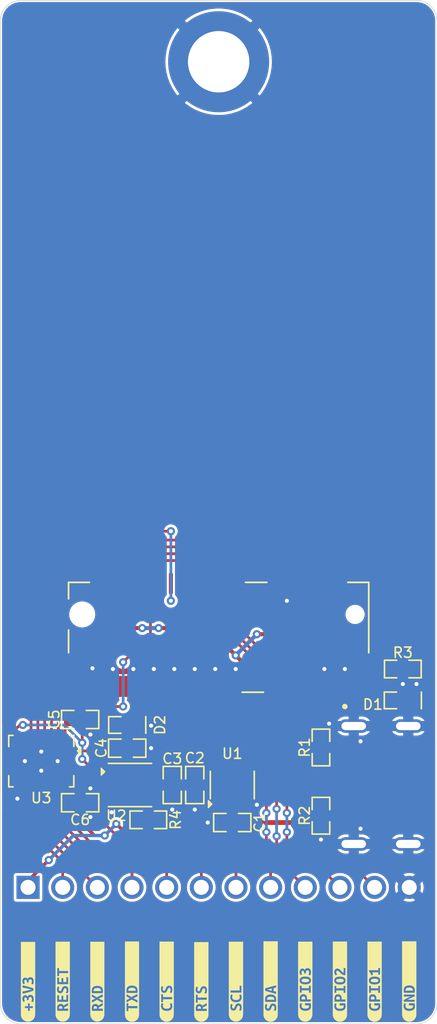
<source format=kicad_pcb>
(kicad_pcb (version 20240108) (generator "pcbnew") (generator_version "8.0")
  (title_block (date "2025-01-28"))
  (layers (0 "F.Cu" signal) (31 "B.Cu" signal) (34 "B.Paste" user) (35 "F.Paste" user) (36 "B.SilkS" user "B.Silkscreen") (37 "F.SilkS" user "F.Silkscreen") (38 "B.Mask" user) (39 "F.Mask" user) (44 "Edge.Cuts" user))
  (net 0 "")
  (net 1 "VSS")
  (net 2 "+3V3")
  (net 3 "+1V8")
  (net 4 "Net-(D1-Pad1)")
  (net 10 "/SCL_1V8")
  (net 14 "/HOST_D+")
  (net 15 "/GPIO1")
  (net 22 "/RXD_1V8")
  (net 24 "/HOST_D-")
  (net 28 "/GPIO2")
  (net 33 "/SDA_1V8")
  (net 38 "/TXD_1V8")
  (net 43 "/GPIO3")
  (net 47 "/CTS_1V8")
  (net 55 "/RESET_N")
  (net 56 "/RTS_1V8")
  (net 57 "Net-(J2-CC1)")
  (net 58 "Net-(J2-CC2)")
  (net 61 "/TXD_3V3")
  (net 62 "/CTS_3V3")
  (net 63 "/SCL_3V3")
  (net 64 "/RXD_3V3")
  (net 65 "/SDA_3V3")
  (net 66 "/RTS_3V3")
  (net 68 "/VBUS")
  (net 69 "Net-(U2-EN)")
  (footprint "lib_fp:MLCC0603" (layer "F.Cu") (at 145.75 97.5 -90)
    (property "Reference" "C2" (at -1.975 0 0) (layer "F.SilkS") (effects (font (size 0.75 0.75) (thickness 0.12))))
    (property "Value" "1uF" (hide yes))
    (pad "1" smd roundrect (at -0.75 0 270) (size 0.871 0.97) (layers "F.Cu" "F.Paste" "F.Mask") (net 2 "+3V3"))
    (pad "2" smd roundrect (at 0.75 0 270) (size 0.871 0.97) (layers "F.Cu" "F.Paste" "F.Mask") (net 1 "VSS"))
  )
  (footprint "kibuzzard-67992A99" (layer "F.Cu") (at 138.61 111.91 90)
    (property "Reference" "kibuzzard-67992A99" (hide yes))
    (property "Value" "G***" (hide yes))
  )
  (footprint "kibuzzard-67992B6A" (layer "F.Cu") (at 161.47 111.9 90)
    (property "Reference" "kibuzzard-67992B6A" (hide yes))
    (property "Value" "G***" (hide yes))
  )
  (footprint "lib_fp:LTST-0603" (layer "F.Cu") (at 140.8 93.1 180)
    (property "Reference" "D2" (at -2.4 0 90) (layer "F.SilkS") (effects (font (size 0.75 0.75) (thickness 0.12))))
    (property "Value" "LTST-C190KYKT" (hide yes))
    (pad "1" smd roundrect (at 0.75 0 180) (size 0.8 0.8) (layers "F.Cu" "F.Paste" "F.Mask") (net 3 "+1V8"))
    (pad "2" smd roundrect (at -0.75 0 180) (size 0.8 0.8) (layers "F.Cu" "F.Paste" "F.Mask") (net 1 "VSS"))
  )
  (footprint "kibuzzard-67992AE8" (layer "F.Cu") (at 148.77 111.91 90)
    (property "Reference" "kibuzzard-67992AE8" (hide yes))
    (property "Value" "G***" (hide yes))
  )
  (footprint "kibuzzard-679928CE" (layer "F.Cu") (at 133.53 111.92 90)
    (property "Reference" "kibuzzard-679928CE" (hide yes))
    (property "Value" "G***" (hide yes))
  )
  (footprint "lib_fp:conn_01x12_254_right_angle" (layer "F.Cu") (at 147.5 105)
    (property "Reference" "J3" (hide yes))
    (property "Value" "TSW-112-08-T-S-RA" (hide yes))
    (pad "1" thru_hole rect (at -13.97 0 90) (size 1.7 1.7) (drill 1.1) (layers "*.Cu" "*.Mask") (net 2 "+3V3"))
    (pad "2" thru_hole circle (at -11.43 0 90) (size 1.7 1.7) (drill 1.1) (layers "*.Cu" "*.Mask") (net 55 "/RESET_N"))
    (pad "3" thru_hole circle (at -8.89 0 90) (size 1.7 1.7) (drill 1.1) (layers "*.Cu" "*.Mask") (net 64 "/RXD_3V3"))
    (pad "4" thru_hole circle (at -6.35 0 90) (size 1.7 1.7) (drill 1.1) (layers "*.Cu" "*.Mask") (net 61 "/TXD_3V3"))
    (pad "5" thru_hole circle (at -3.81 0 90) (size 1.7 1.7) (drill 1.1) (layers "*.Cu" "*.Mask") (net 62 "/CTS_3V3"))
    (pad "6" thru_hole circle (at -1.27 0 90) (size 1.7 1.7) (drill 1.1) (layers "*.Cu" "*.Mask") (net 66 "/RTS_3V3"))
    (pad "7" thru_hole circle (at 1.27 0 90) (size 1.7 1.7) (drill 1.1) (layers "*.Cu" "*.Mask") (net 63 "/SCL_3V3"))
    (pad "8" thru_hole circle (at 3.81 0 90) (size 1.7 1.7) (drill 1.1) (layers "*.Cu" "*.Mask") (net 65 "/SDA_3V3"))
    (pad "9" thru_hole circle (at 6.35 0 90) (size 1.7 1.7) (drill 1.1) (layers "*.Cu" "*.Mask") (net 43 "/GPIO3"))
    (pad "10" thru_hole circle (at 8.89 0 90) (size 1.7 1.7) (drill 1.1) (layers "*.Cu" "*.Mask") (net 28 "/GPIO2"))
    (pad "11" thru_hole circle (at 11.43 0 90) (size 1.7 1.7) (drill 1.1) (layers "*.Cu" "*.Mask") (net 15 "/GPIO1"))
    (pad "12" thru_hole circle (at 13.97 0 90) (size 1.7 1.7) (drill 1.1) (layers "*.Cu" "*.Mask") (net 1 "VSS"))
  )
  (footprint "lib_fp:LTST-0603" (layer "F.Cu") (at 161 91.3 180)
    (property "Reference" "D1" (at 2.2 -0.3 0) (layer "F.SilkS") (effects (font (size 0.75 0.75) (thickness 0.12))))
    (property "Value" "LTST-C190KYKT" (hide yes))
    (pad "1" smd roundrect (at 0.75 0 180) (size 0.8 0.8) (layers "F.Cu" "F.Paste" "F.Mask") (net 4 "Net-(D1-Pad1)"))
    (pad "2" smd roundrect (at -0.75 0 180) (size 0.8 0.8) (layers "F.Cu" "F.Paste" "F.Mask") (net 1 "VSS"))
  )
  (footprint "lib_fp:CRCW0603" (layer "F.Cu") (at 161 89 180)
    (property "Reference" "R3" (at 0 1.2 180) (layer "F.SilkS") (effects (font (size 0.75 0.75) (thickness 0.12))))
    (property "Value" "300R" (hide yes))
    (pad "1" smd roundrect (at -0.755 0 180) (size 0.82 0.929) (layers "F.Cu" "F.Paste" "F.Mask") (net 68 "/VBUS"))
    (pad "2" smd roundrect (at 0.755 0 180) (size 0.82 0.929) (layers "F.Cu" "F.Paste" "F.Mask") (net 4 "Net-(D1-Pad1)"))
  )
  (footprint "lib_fp:CRCW0603" (layer "F.Cu") (at 142.345 100.05 180)
    (property "Reference" "R4" (at -2.005 0 -90) (layer "F.SilkS") (effects (font (size 0.75 0.75) (thickness 0.12))))
    (property "Value" "10K" (hide yes))
    (pad "1" smd roundrect (at -0.755 0 180) (size 0.82 0.929) (layers "F.Cu" "F.Paste" "F.Mask") (net 2 "+3V3"))
    (pad "2" smd roundrect (at 0.755 0 180) (size 0.82 0.929) (layers "F.Cu" "F.Paste" "F.Mask") (net 69 "Net-(U2-EN)"))
  )
  (footprint "kibuzzard-67992B5F" (layer "F.Cu") (at 158.93 111.91 90)
    (property "Reference" "kibuzzard-67992B5F" (hide yes))
    (property "Value" "G***" (hide yes))
  )
  (footprint "kibuzzard-67992AF4" (layer "F.Cu") (at 151.31 111.9 90)
    (property "Reference" "kibuzzard-67992AF4" (hide yes))
    (property "Value" "G***" (hide yes))
  )
  (footprint "kibuzzard-67992AB6" (layer "F.Cu") (at 141.15 111.91 90)
    (property "Reference" "kibuzzard-67992AB6" (hide yes))
    (property "Value" "G***" (hide yes))
  )
  (footprint "kibuzzard-67992ADA" (layer "F.Cu") (at 146.23 111.93 90)
    (property "Reference" "kibuzzard-67992ADA" (hide yes))
    (property "Value" "G***" (hide yes))
  )
  (footprint "lib_fp:SOT23-5P95_280X300X110L40X38N" (layer "F.Cu") (at 148.5 97.5)
    (property "Reference" "U1" (at 0 -2.3 0) (layer "F.SilkS") (effects (font (size 0.75 0.75) (thickness 0.12))))
    (property "Value" "AP2112K-3.3" (hide yes))
    (pad "1" smd roundrect (at -0.95 1.2 90) (size 0.8 0.55) (layers "F.Cu" "F.Paste" "F.Mask") (net 68 "/VBUS"))
    (pad "2" smd roundrect (at 0.95 1.2 90) (size 0.8 0.55) (layers "F.Cu" "F.Paste" "F.Mask") (net 1 "VSS"))
    (pad "3" smd roundrect (at 0.95 -1.2 90) (size 0.8 0.55) (layers "F.Cu" "F.Paste" "F.Mask") (net 68 "/VBUS"))
    (pad "4" smd roundrect (at 0 -1.2 90) (size 0.8 0.55) (layers "F.Cu" "F.Paste" "F.Mask"))
    (pad "5" smd roundrect (at -0.95 -1.2 90) (size 0.8 0.55) (layers "F.Cu" "F.Paste" "F.Mask") (net 2 "+3V3"))
  )
  (footprint "lib_fp:MOLEX_2171790001" (layer "F.Cu") (at 161.4 97.5 90)
    (property "Reference" "J2" (hide yes))
    (property "Value" "USB_C_Receptacle_USB2.0" (hide yes))
    (pad "A1" smd roundrect (at -3.2 -4.575 180) (size 1.15 0.6) (layers "F.Cu" "F.Paste" "F.Mask") (net 1 "VSS"))
    (pad "A4" smd roundrect (at -2.4 -4.575 180) (size 1.15 0.6) (layers "F.Cu" "F.Paste" "F.Mask") (net 68 "/VBUS"))
    (pad "A5" smd roundrect (at -1.25 -4.575 180) (size 1.15 0.3) (layers "F.Cu" "F.Paste" "F.Mask") (net 57 "Net-(J2-CC1)"))
    (pad "A6" smd roundrect (at -0.25 -4.575 180) (size 1.15 0.3) (layers "F.Cu" "F.Paste" "F.Mask") (net 14 "/HOST_D+"))
    (pad "A7" smd roundrect (at 0.25 -4.575 180) (size 1.15 0.3) (layers "F.Cu" "F.Paste" "F.Mask") (net 24 "/HOST_D-"))
    (pad "A8" smd roundrect (at 1.25 -4.575 180) (size 1.15 0.3) (layers "F.Cu" "F.Paste" "F.Mask"))
    (pad "A9" smd roundrect (at 2.4 -4.575 180) (size 1.15 0.6) (layers "F.Cu" "F.Paste" "F.Mask") (net 68 "/VBUS"))
    (pad "A12" smd roundrect (at 3.2 -4.575 180) (size 1.15 0.6) (layers "F.Cu" "F.Paste" "F.Mask") (net 1 "VSS"))
    (pad "B1" smd roundrect (at 3.2 -4.575 180) (size 1.15 0.6) (layers "F.Cu" "F.Paste" "F.Mask") (net 1 "VSS"))
    (pad "B4" smd roundrect (at 2.4 -4.575 180) (size 1.15 0.6) (layers "F.Cu" "F.Paste" "F.Mask") (net 68 "/VBUS"))
    (pad "B5" smd roundrect (at 1.75 -4.575 180) (size 1.15 0.3) (layers "F.Cu" "F.Paste" "F.Mask") (net 58 "Net-(J2-CC2)"))
    (pad "B6" smd roundrect (at 0.75 -4.575 180) (size 1.15 0.3) (layers "F.Cu" "F.Paste" "F.Mask") (net 14 "/HOST_D+"))
    (pad "B7" smd roundrect (at -0.75 -4.575 180) (size 1.15 0.3) (layers "F.Cu" "F.Paste" "F.Mask") (net 24 "/HOST_D-"))
    (pad "B8" smd roundrect (at -1.75 -4.575 180) (size 1.15 0.3) (layers "F.Cu" "F.Paste" "F.Mask"))
    (pad "B9" smd roundrect (at -2.4 -4.575 180) (size 1.15 0.6) (layers "F.Cu" "F.Paste" "F.Mask") (net 68 "/VBUS"))
    (pad "B12" smd roundrect (at -3.2 -4.575 180) (size 1.15 0.6) (layers "F.Cu" "F.Paste" "F.Mask") (net 1 "VSS"))
    (pad "S1" thru_hole oval (at -4.32 -4 90) (size 1 2.2) (drill oval 0.6 1.8) (layers "*.Cu" "*.Mask") (net 1 "VSS"))
    (pad "S1" thru_hole oval (at -4.32 0 90) (size 1 2.2) (drill oval 0.6 1.8) (layers "*.Cu" "*.Mask") (net 1 "VSS"))
    (pad "S1" thru_hole oval (at 4.32 -4 90) (size 1 2.2) (drill oval 0.6 1.8) (layers "*.Cu" "*.Mask") (net 1 "VSS"))
    (pad "S1" thru_hole oval (at 4.32 0 90) (size 1 2.2) (drill oval 0.6 1.8) (layers "*.Cu" "*.Mask") (net 1 "VSS"))
  )
  (footprint "lib_fp:MLCC0603" (layer "F.Cu") (at 148.5 100.25 180)
    (property "Reference" "C1" (at -2 0 90) (layer "F.SilkS") (effects (font (size 0.75 0.75) (thickness 0.12))))
    (property "Value" "1uF" (hide yes))
    (pad "1" smd roundrect (at -0.75 0 180) (size 0.871 0.97) (layers "F.Cu" "F.Paste" "F.Mask") (net 68 "/VBUS"))
    (pad "2" smd roundrect (at 0.75 0 180) (size 0.871 0.97) (layers "F.Cu" "F.Paste" "F.Mask") (net 1 "VSS"))
  )
  (footprint "lib_fp:9775031360R" (layer "F.Cu") (at 147.5 44.5)
    (property "Reference" "J4" (hide yes))
    (property "Value" "M3 Standoff" (hide yes))
    (pad "1" thru_hole circle (at 0 0 180) (size 7.4 7.4) (drill 4.5) (layers "*.Cu" "*.Mask") (net 1 "VSS"))
  )
  (footprint "lib_fp:MDT420E01001" (layer "F.Cu") (at 147.5 85 180)
    (property "Reference" "J1" (hide yes))
    (property "Value" "Bus_M.2_Socket_E" (hide yes))
    (pad "" np_thru_hole circle (at -10 0 180) (size 1.15 1.15) (drill 1.15) (layers "*.Cu" "*.Mask"))
    (pad "" np_thru_hole circle (at 10 0 180) (size 1.65 1.65) (drill 1.65) (layers "*.Cu" "*.Mask"))
    (pad "1" smd roundrect (at -9.25 -5.275 180) (size 0.3 1.55) (layers "F.Cu" "F.Paste" "F.Mask") (net 1 "VSS"))
    (pad "2" smd roundrect (at -9 2.275 180) (size 0.3 1.55) (layers "F.Cu" "F.Paste" "F.Mask") (net 2 "+3V3"))
    (pad "3" smd roundrect (at -8.75 -5.275 180) (size 0.3 1.55) (layers "F.Cu" "F.Paste" "F.Mask") (net 14 "/HOST_D+"))
    (pad "4" smd roundrect (at -8.5 2.275 180) (size 0.3 1.55) (layers "F.Cu" "F.Paste" "F.Mask") (net 2 "+3V3"))
    (pad "5" smd roundrect (at -8.25 -5.275 180) (size 0.3 1.55) (layers "F.Cu" "F.Paste" "F.Mask") (net 24 "/HOST_D-"))
    (pad "6" smd roundrect (at -8 2.275 180) (size 0.3 1.55) (layers "F.Cu" "F.Paste" "F.Mask"))
    (pad "7" smd roundrect (at -7.75 -5.275 180) (size 0.3 1.55) (layers "F.Cu" "F.Paste" "F.Mask") (net 1 "VSS"))
    (pad "8" smd roundrect (at -7.5 2.275 180) (size 0.3 1.55) (layers "F.Cu" "F.Paste" "F.Mask"))
    (pad "9" smd roundrect (at -7.25 -5.275 180) (size 0.3 1.55) (layers "F.Cu" "F.Paste" "F.Mask"))
    (pad "10" smd roundrect (at -7 2.275 180) (size 0.3 1.55) (layers "F.Cu" "F.Paste" "F.Mask"))
    (pad "11" smd roundrect (at -6.75 -5.275 180) (size 0.3 1.55) (layers "F.Cu" "F.Paste" "F.Mask"))
    (pad "12" smd roundrect (at -6.5 2.275 180) (size 0.3 1.55) (layers "F.Cu" "F.Paste" "F.Mask"))
    (pad "13" smd roundrect (at -6.25 -5.275 180) (size 0.3 1.55) (layers "F.Cu" "F.Paste" "F.Mask"))
    (pad "14" smd roundrect (at -6 2.275 180) (size 0.3 1.55) (layers "F.Cu" "F.Paste" "F.Mask"))
    (pad "15" smd roundrect (at -5.75 -5.275 180) (size 0.3 1.55) (layers "F.Cu" "F.Paste" "F.Mask"))
    (pad "16" smd roundrect (at -5.5 2.275 180) (size 0.3 1.55) (layers "F.Cu" "F.Paste" "F.Mask"))
    (pad "17" smd roundrect (at -5.25 -5.275 180) (size 0.3 1.55) (layers "F.Cu" "F.Paste" "F.Mask"))
    (pad "18" smd roundrect (at -5 2.275 180) (size 0.3 1.55) (layers "F.Cu" "F.Paste" "F.Mask") (net 1 "VSS"))
    (pad "19" smd roundrect (at -4.75 -5.275 180) (size 0.3 1.55) (layers "F.Cu" "F.Paste" "F.Mask"))
    (pad "20" smd roundrect (at -4.5 2.275 180) (size 0.3 1.55) (layers "F.Cu" "F.Paste" "F.Mask"))
    (pad "21" smd roundrect (at -4.25 -5.275 180) (size 0.3 1.55) (layers "F.Cu" "F.Paste" "F.Mask"))
    (pad "22" smd roundrect (at -4 2.275 180) (size 0.3 1.55) (layers "F.Cu" "F.Paste" "F.Mask") (net 22 "/RXD_1V8"))
    (pad "23" smd roundrect (at -3.75 -5.275 180) (size 0.3 1.55) (layers "F.Cu" "F.Paste" "F.Mask"))
    (pad "32" smd roundrect (at -1.5 2.275 180) (size 0.3 1.55) (layers "F.Cu" "F.Paste" "F.Mask") (net 38 "/TXD_1V8"))
    (pad "33" smd roundrect (at -1.25 -5.275 180) (size 0.3 1.55) (layers "F.Cu" "F.Paste" "F.Mask") (net 1 "VSS"))
    (pad "34" smd roundrect (at -1 2.275 180) (size 0.3 1.55) (layers "F.Cu" "F.Paste" "F.Mask") (net 47 "/CTS_1V8"))
    (pad "35" smd roundrect (at -0.75 -5.275 180) (size 0.3 1.55) (layers "F.Cu" "F.Paste" "F.Mask"))
    (pad "36" smd roundrect (at -0.5 2.275 180) (size 0.3 1.55) (layers "F.Cu" "F.Paste" "F.Mask") (net 56 "/RTS_1V8"))
    (pad "37" smd roundrect (at -0.25 -5.275 180) (size 0.3 1.55) (layers "F.Cu" "F.Paste" "F.Mask"))
    (pad "38" smd roundrect (at 0 2.275 180) (size 0.3 1.55) (layers "F.Cu" "F.Paste" "F.Mask") (net 15 "/GPIO1"))
    (pad "39" smd roundrect (at 0.25 -5.275 180) (size 0.3 1.55) (layers "F.Cu" "F.Paste" "F.Mask") (net 1 "VSS"))
    (pad "40" smd roundrect (at 0.5 2.275 180) (size 0.3 1.55) (layers "F.Cu" "F.Paste" "F.Mask") (net 28 "/GPIO2"))
    (pad "41" smd roundrect (at 0.75 -5.275 180) (size 0.3 1.55) (layers "F.Cu" "F.Paste" "F.Mask"))
    (pad "42" smd roundrect (at 1 2.275 180) (size 0.3 1.55) (layers "F.Cu" "F.Paste" "F.Mask") (net 43 "/GPIO3"))
    (pad "43" smd roundrect (at 1.25 -5.275 180) (size 0.3 1.55) (layers "F.Cu" "F.Paste" "F.Mask"))
    (pad "44" smd roundrect (at 1.5 2.275 180) (size 0.3 1.55) (layers "F.Cu" "F.Paste" "F.Mask"))
    (pad "45" smd roundrect (at 1.75 -5.275 180) (size 0.3 1.55) (layers "F.Cu" "F.Paste" "F.Mask") (net 1 "VSS"))
    (pad "46" smd roundrect (at 2 2.275 180) (size 0.3 1.55) (layers "F.Cu" "F.Paste" "F.Mask"))
    (pad "47" smd roundrect (at 2.25 -5.275 180) (size 0.3 1.55) (layers "F.Cu" "F.Paste" "F.Mask"))
    (pad "48" smd roundrect (at 2.5 2.275 180) (size 0.3 1.55) (layers "F.Cu" "F.Paste" "F.Mask"))
    (pad "49" smd roundrect (at 2.75 -5.275 180) (size 0.3 1.55) (layers "F.Cu" "F.Paste" "F.Mask"))
    (pad "50" smd roundrect (at 3 2.275 180) (size 0.3 1.55) (layers "F.Cu" "F.Paste" "F.Mask"))
    (pad "51" smd roundrect (at 3.25 -5.275 180) (size 0.3 1.55) (layers "F.Cu" "F.Paste" "F.Mask") (net 1 "VSS"))
    (pad "52" smd roundrect (at 3.5 2.275 180) (size 0.3 1.55) (layers "F.Cu" "F.Paste" "F.Mask") (net 55 "/RESET_N"))
    (pad "53" smd roundrect (at 3.75 -5.275 180) (size 0.3 1.55) (layers "F.Cu" "F.Paste" "F.Mask"))
    (pad "54" smd roundrect (at 4 2.275 180) (size 0.3 1.55) (layers "F.Cu" "F.Paste" "F.Mask"))
    (pad "55" smd roundrect (at 4.25 -5.275 180) (size 0.3 1.55) (layers "F.Cu" "F.Paste" "F.Mask"))
    (pad "56" smd roundrect (at 4.5 2.275 180) (size 0.3 1.55) (layers "F.Cu" "F.Paste" "F.Mask"))
    (pad "57" smd roundrect (at 4.75 -5.275 180) (size 0.3 1.55) (layers "F.Cu" "F.Paste" "F.Mask") (net 1 "VSS"))
    (pad "58" smd roundrect (at 5 2.275 180) (size 0.3 1.55) (layers "F.Cu" "F.Paste" "F.Mask") (net 33 "/SDA_1V8"))
    (pad "59" smd roundrect (at 5.25 -5.275 180) (size 0.3 1.55) (layers "F.Cu" "F.Paste" "F.Mask"))
    (pad "60" smd roundrect (at 5.5 2.275 180) (size 0.3 1.55) (layers "F.Cu" "F.Paste" "F.Mask") (net 10 "/SCL_1V8"))
    (pad "61" smd roundrect (at 5.75 -5.275 180) (size 0.3 1.55) (layers "F.Cu" "F.Paste" "F.Mask"))
    (pad "62" smd roundrect (at 6 2.275 180) (size 0.3 1.55) (layers "F.Cu" "F.Paste" "F.Mask"))
    (pad "63" smd roundrect (at 6.25 -5.275 180) (size 0.3 1.55) (layers "F.Cu" "F.Paste" "F.Mask") (net 1 "VSS"))
    (pad "64" smd roundrect (at 6.5 2.275 180) (size 0.3 1.55) (layers "F.Cu" "F.Paste" "F.Mask"))
    (pad "65" smd roundrect (at 6.75 -5.275 180) (size 0.3 1.55) (layers "F.Cu" "F.Paste" "F.Mask"))
    (pad "66" smd roundrect (at 7 2.275 180) (size 0.3 1.55) (layers "F.Cu" "F.Paste" "F.Mask"))
    (pad "67" smd roundrect (at 7.25 -5.275 180) (size 0.3 1.55) (layers "F.Cu" "F.Paste" "F.Mask"))
    (pad "68" smd roundrect (at 7.5 2.275 180) (size 0.3 1.55) (layers "F.Cu" "F.Paste" "F.Mask"))
    (pad "69" smd roundrect (at 7.75 -5.275 180) (size 0.3 1.55) (layers "F.Cu" "F.Paste" "F.Mask") (net 1 "VSS"))
    (pad "70" smd roundrect (at 8 2.275 180) (size 0.3 1.55) (layers "F.Cu" "F.Paste" "F.Mask"))
    (pad "71" smd roundrect (at 8.25 -5.275 180) (size 0.3 1.55) (layers "F.Cu" "F.Paste" "F.Mask"))
    (pad "72" smd roundrect (at 8.5 2.275 180) (size 0.3 1.55) (layers "F.Cu" "F.Paste" "F.Mask") (net 2 "+3V3"))
    (pad "73" smd roundrect (at 8.75 -5.275 180) (size 0.3 1.55) (layers "F.Cu" "F.Paste" "F.Mask"))
    (pad "74" smd roundrect (at 9 2.275 180) (size 0.3 1.55) (layers "F.Cu" "F.Paste" "F.Mask") (net 2 "+3V3"))
    (pad "75" smd roundrect (at 9.25 -5.275 180) (size 0.3 1.55) (layers "F.Cu" "F.Paste" "F.Mask") (net 1 "VSS"))
    (pad "S1" smd roundrect (at -10.35 -4.5 180) (size 1.2 2.75) (layers "F.Cu" "F.Paste" "F.Mask") (roundrect_rratio 0.2083333333))
    (pad "S2" smd roundrect (at 10.35 -4.5 180) (size 1.2 2.75) (layers "F.Cu" "F.Paste" "F.Mask") (roundrect_rratio 0.2083333333))
  )
  (footprint "kibuzzard-67992B31" (layer "F.Cu") (at 153.85 111.91 90)
    (property "Reference" "kibuzzard-67992B31" (hide yes))
    (property "Value" "G***" (hide yes))
  )
  (footprint "lib_fp:CRCW0603" (layer "F.Cu") (at 155 99.75 -90)
    (property "Reference" "R2" (at 0 1.2 -90) (layer "F.SilkS") (effects (font (size 0.75 0.75) (thickness 0.12))))
    (property "Value" "5K1" (hide yes))
    (pad "1" smd roundrect (at -0.755 0 270) (size 0.82 0.929) (layers "F.Cu" "F.Paste" "F.Mask") (net 57 "Net-(J2-CC1)"))
    (pad "2" smd roundrect (at 0.755 0 270) (size 0.82 0.929) (layers "F.Cu" "F.Paste" "F.Mask") (net 1 "VSS"))
  )
  (footprint "kibuzzard-67992A70" (layer "F.Cu") (at 136.07 111.91 90)
    (property "Reference" "kibuzzard-67992A70" (hide yes))
    (property "Value" "G***" (hide yes))
  )
  (footprint "lib_fp:RGY0020A" (layer "F.Cu") (at 134.5 95.75 -90)
    (property "Reference" "U3" (at 2.7 0 0) (layer "F.SilkS") (effects (font (size 0.75 0.75) (thickness 0.12))))
    (property "Value" "TXS0108E" (hide yes))
    (pad "1" smd roundrect (at -0.75 -2.15) (size 0.6 0.24) (layers "F.Cu" "F.Paste" "F.Mask") (roundrect_rratio 0.2083333333) (net 33 "/SDA_1V8"))
    (pad "2" smd roundrect (at -1.65 -1.75 270) (size 0.6 0.24) (layers "F.Cu" "F.Paste" "F.Mask") (roundrect_rratio 0.2083333333) (net 3 "+1V8"))
    (pad "3" smd roundrect (at -1.65 -1.25 270) (size 0.6 0.24) (layers "F.Cu" "F.Paste" "F.Mask") (roundrect_rratio 0.2083333333) (net 10 "/SCL_1V8"))
    (pad "4" smd roundrect (at -1.65 -0.75 270) (size 0.6 0.24) (layers "F.Cu" "F.Paste" "F.Mask") (roundrect_rratio 0.2083333333) (net 56 "/RTS_1V8"))
    (pad "5" smd roundrect (at -1.65 -0.25 270) (size 0.6 0.24) (layers "F.Cu" "F.Paste" "F.Mask") (roundrect_rratio 0.2083333333) (net 47 "/CTS_1V8"))
    (pad "6" smd roundrect (at -1.65 0.25 270) (size 0.6 0.24) (layers "F.Cu" "F.Paste" "F.Mask") (roundrect_rratio 0.2083333333) (net 38 "/TXD_1V8"))
    (pad "7" smd roundrect (at -1.65 0.75 270) (size 0.6 0.24) (layers "F.Cu" "F.Paste" "F.Mask") (roundrect_rratio 0.2083333333) (net 22 "/RXD_1V8"))
    (pad "8" smd roundrect (at -1.65 1.25 270) (size 0.6 0.24) (layers "F.Cu" "F.Paste" "F.Mask") (roundrect_rratio 0.2083333333))
    (pad "9" smd roundrect (at -1.65 1.75 270) (size 0.6 0.24) (layers "F.Cu" "F.Paste" "F.Mask") (roundrect_rratio 0.2083333333))
    (pad "10" smd roundrect (at -0.75 2.15) (size 0.6 0.24) (layers "F.Cu" "F.Paste" "F.Mask") (roundrect_rratio 0.2083333333) (net 3 "+1V8"))
    (pad "11" smd roundrect (at 0.75 2.15) (size 0.6 0.24) (layers "F.Cu" "F.Paste" "F.Mask") (roundrect_rratio 0.2083333333) (net 1 "VSS"))
    (pad "12" smd roundrect (at 1.65 1.75 270) (size 0.6 0.24) (layers "F.Cu" "F.Paste" "F.Mask") (roundrect_rratio 0.2083333333))
    (pad "13" smd roundrect (at 1.65 1.25 270) (size 0.6 0.24) (layers "F.Cu" "F.Paste" "F.Mask") (roundrect_rratio 0.2083333333))
    (pad "14" smd roundrect (at 1.65 0.75 270) (size 0.6 0.24) (layers "F.Cu" "F.Paste" "F.Mask") (roundrect_rratio 0.2083333333) (net 64 "/RXD_3V3"))
    (pad "15" smd roundrect (at 1.65 0.25 270) (size 0.6 0.24) (layers "F.Cu" "F.Paste" "F.Mask") (roundrect_rratio 0.2083333333) (net 61 "/TXD_3V3"))
    (pad "16" smd roundrect (at 1.65 -0.25 270) (size 0.6 0.24) (layers "F.Cu" "F.Paste" "F.Mask") (roundrect_rratio 0.2083333333) (net 62 "/CTS_3V3"))
    (pad "17" smd roundrect (at 1.65 -0.75 270) (size 0.6 0.24) (layers "F.Cu" "F.Paste" "F.Mask") (roundrect_rratio 0.2083333333) (net 66 "/RTS_3V3"))
    (pad "18" smd roundrect (at 1.65 -1.25 270) (size 0.6 0.24) (layers "F.Cu" "F.Paste" "F.Mask") (roundrect_rratio 0.2083333333) (net 63 "/SCL_3V3"))
    (pad "19" smd roundrect (at 1.65 -1.75 270) (size 0.6 0.24) (layers "F.Cu" "F.Paste" "F.Mask") (roundrect_rratio 0.2083333333) (net 2 "+3V3"))
    (pad "20" smd roundrect (at 0.75 -2.15) (size 0.6 0.24) (layers "F.Cu" "F.Paste" "F.Mask") (roundrect_rratio 0.2083333333) (net 65 "/SDA_3V3"))
    (pad "21" smd roundrect (at 0 0 90) (size 2.05 3.05) (layers "F.Cu" "F.Paste" "F.Mask") (roundrect_rratio 0.0243902439) (net 1 "VSS"))
  )
  (footprint "lib_fp:MLCC0603" (layer "F.Cu") (at 137.35 92.7)
    (property "Reference" "C5" (at -1.9 0 90) (layer "F.SilkS") (effects (font (size 0.75 0.75) (thickness 0.12))))
    (property "Value" "100nF" (hide yes))
    (pad "1" smd roundrect (at -0.75 0) (size 0.871 0.97) (layers "F.Cu" "F.Paste" "F.Mask") (net 3 "+1V8"))
    (pad "2" smd roundrect (at 0.75 0) (size 0.871 0.97) (layers "F.Cu" "F.Paste" "F.Mask") (net 1 "VSS"))
  )
  (footprint "lib_fp:MLCC0603" (layer "F.Cu") (at 140.8 94.8)
    (property "Reference" "C4" (at -1.9 0 90) (layer "F.SilkS") (effects (font (size 0.75 0.75) (thickness 0.12))))
    (property "Value" "2.2uF" (hide yes))
    (pad "1" smd roundrect (at -0.75 0) (size 0.871 0.97) (layers "F.Cu" "F.Paste" "F.Mask") (net 3 "+1V8"))
    (pad "2" smd roundrect (at 0.75 0) (size 0.871 0.97) (layers "F.Cu" "F.Paste" "F.Mask") (net 1 "VSS"))
  )
  (footprint "lib_fp:CRCW0603" (layer "F.Cu") (at 155 94.75 90)
    (property "Reference" "R1" (at 0 -1.2 90) (layer "F.SilkS") (effects (font (size 0.75 0.75) (thickness 0.12))))
    (property "Value" "5K1" (hide yes))
    (pad "1" smd roundrect (at -0.755 0 90) (size 0.82 0.929) (layers "F.Cu" "F.Paste" "F.Mask") (net 58 "Net-(J2-CC2)"))
    (pad "2" smd roundrect (at 0.755 0 90) (size 0.82 0.929) (layers "F.Cu" "F.Paste" "F.Mask") (net 1 "VSS"))
  )
  (footprint "kibuzzard-67992B48" (layer "F.Cu") (at 156.39 111.91 90)
    (property "Reference" "kibuzzard-67992B48" (hide yes))
    (property "Value" "G***" (hide yes))
  )
  (footprint "lib_fp:UDFN8P65_300X300X60L25X45L" (layer "F.Cu") (at 141 97.5)
    (property "Reference" "U2" (at -1 2.25 0) (layer "F.SilkS") (effects (font (size 0.75 0.75) (thickness 0.12))))
    (property "Value" "AP7361E" (hide yes))
    (pad "1" smd roundrect (at -1.325 -0.975) (size 0.65 0.35) (layers "F.Cu" "F.Paste" "F.Mask") (net 3 "+1V8"))
    (pad "2" smd roundrect (at -1.325 -0.325) (size 0.65 0.35) (layers "F.Cu" "F.Paste" "F.Mask"))
    (pad "3" smd roundrect (at -1.325 0.325) (size 0.65 0.35) (layers "F.Cu" "F.Paste" "F.Mask"))
    (pad "4" smd roundrect (at -1.325 0.975) (size 0.65 0.35) (layers "F.Cu" "F.Paste" "F.Mask") (net 1 "VSS"))
    (pad "5" smd roundrect (at 1.325 0.975) (size 0.65 0.35) (layers "F.Cu" "F.Paste" "F.Mask") (net 69 "Net-(U2-EN)"))
    (pad "6" smd roundrect (at 1.325 0.325) (size 0.65 0.35) (layers "F.Cu" "F.Paste" "F.Mask"))
    (pad "7" smd roundrect (at 1.325 -0.325) (size 0.65 0.35) (layers "F.Cu" "F.Paste" "F.Mask"))
    (pad "8" smd roundrect (at 1.325 -0.975) (size 0.65 0.35) (layers "F.Cu" "F.Paste" "F.Mask") (net 2 "+3V3"))
    (pad "9" smd roundrect (at 0 0) (size 1.65 2.35) (layers "F.Cu" "F.Paste" "F.Mask") (roundrect_rratio 0.0303030303) (net 1 "VSS"))
  )
  (footprint "kibuzzard-67992AD3" (layer "F.Cu") (at 143.69 111.91 90)
    (property "Reference" "kibuzzard-67992AD3" (hide yes))
    (property "Value" "G***" (hide yes))
  )
  (footprint "lib_fp:MLCC0603" (layer "F.Cu") (at 144.1 97.5 -90)
    (property "Reference" "C3" (at -1.925 0 0) (layer "F.SilkS") (effects (font (size 0.75 0.75) (thickness 0.12))))
    (property "Value" "2.2uF" (hide yes))
    (pad "1" smd roundrect (at -0.75 0 270) (size 0.871 0.97) (layers "F.Cu" "F.Paste" "F.Mask") (net 2 "+3V3"))
    (pad "2" smd roundrect (at 0.75 0 270) (size 0.871 0.97) (layers "F.Cu" "F.Paste" "F.Mask") (net 1 "VSS"))
  )
  (footprint "lib_fp:MLCC0603" (layer "F.Cu") (at 137.35 98.8)
    (property "Reference" "C6" (at 0 1.25 0) (layer "F.SilkS") (effects (font (size 0.75 0.75) (thickness 0.12))))
    (property "Value" "100nF" (hide yes))
    (pad "1" smd roundrect (at -0.75 0) (size 0.871 0.97) (layers "F.Cu" "F.Paste" "F.Mask") (net 2 "+3V3"))
    (pad "2" smd roundrect (at 0.75 0) (size 0.871 0.97) (layers "F.Cu" "F.Paste" "F.Mask") (net 1 "VSS"))
  )
  (gr_line (start 163.5 113.5) (end 163.5 41.5) (stroke (width 0.05)) (layer "Edge.Cuts"))
  (gr_arc (start 163.5 113.5) (mid 163.06066 114.56066) (end 162 115) (stroke (width 0.05)) (layer "Edge.Cuts"))
  (gr_arc (start 131.5 41.5) (mid 131.93934 40.43934) (end 133 40) (stroke (width 0.05)) (layer "Edge.Cuts"))
  (gr_line (start 162 40) (end 133 40) (stroke (width 0.05)) (layer "Edge.Cuts"))
  (gr_arc (start 162 40) (mid 163.06066 40.43934) (end 163.5 41.5) (stroke (width 0.05)) (layer "Edge.Cuts"))
  (gr_line (start 131.5 41.5) (end 131.5 113.5) (stroke (width 0.05)) (layer "Edge.Cuts"))
  (gr_line (start 133 115) (end 162 115) (stroke (width 0.05)) (layer "Edge.Cuts"))
  (gr_arc (start 133 115) (mid 131.93934 114.56066) (end 131.5 113.5) (stroke (width 0.05)) (layer "Edge.Cuts"))
  (via (at 150.3 98.95) (size 0.6) (drill 0.3) (layers "F.Cu" "B.Cu") (net 1))
  (via (at 157.9 100.7) (size 0.6) (drill 0.3) (layers "F.Cu" "B.Cu") (net 1))
  (via (at 161 90.1) (size 0.6) (drill 0.3) (layers "F.Cu" "B.Cu") (net 1))
  (via (at 145.75 99.3) (size 0.6) (drill 0.3) (layers "F.Cu" "B.Cu") (net 1))
  (via (at 138.25 88.95) (size 0.6) (drill 0.3) (layers "F.Cu" "B.Cu") (net 1))
  (via (at 139.65 99.5) (size 0.6) (drill 0.3) (layers "F.Cu" "B.Cu") (net 1))
  (via (at 134.5 96.45) (size 0.6) (drill 0.3) (layers "F.Cu" "B.Cu") (net 1))
  (via (at 138.1 97.75) (size 0.6) (drill 0.3) (layers "F.Cu" "B.Cu") (net 1))
  (via (at 144.1 99.3) (size 0.6) (drill 0.3) (layers "F.Cu" "B.Cu") (net 1))
  (via (at 156.75 89) (size 0.6) (drill 0.3) (layers "F.Cu" "B.Cu") (net 1))
  (via (at 145.75 89) (size 0.6) (drill 0.3) (layers "F.Cu" "B.Cu") (net 1))
  (via (at 141.25 89) (size 0.6) (drill 0.3) (layers "F.Cu" "B.Cu") (net 1))
  (via (at 148.75 89) (size 0.6) (drill 0.3) (layers "F.Cu" "B.Cu") (net 1))
  (via (at 135.7 95.75) (size 0.6) (drill 0.3) (layers "F.Cu" "B.Cu") (net 1))
  (via (at 142.75 89) (size 0.6) (drill 0.3) (layers "F.Cu" "B.Cu") (net 1))
  (via (at 138.1 93.8) (size 0.6) (drill 0.3) (layers "F.Cu" "B.Cu") (net 1))
  (via (at 142.55 94.8) (size 0.6) (drill 0.3) (layers "F.Cu" "B.Cu") (net 1))
  (via (at 155.25 89) (size 0.6) (drill 0.3) (layers "F.Cu" "B.Cu") (net 1))
  (via (at 138.1 99.85) (size 0.6) (drill 0.3) (layers "F.Cu" "B.Cu") (net 1))
  (via (at 133.3 95.75) (size 0.6) (drill 0.3) (layers "F.Cu" "B.Cu") (net 1))
  (via (at 139.75 89) (size 0.6) (drill 0.3) (layers "F.Cu" "B.Cu") (net 1))
  (via (at 142.55 93.15) (size 0.6) (drill 0.3) (layers "F.Cu" "B.Cu") (net 1))
  (via (at 146.7 100.25) (size 0.6) (drill 0.3) (layers "F.Cu" "B.Cu") (net 1))
  (via (at 147.25 89) (size 0.6) (drill 0.3) (layers "F.Cu" "B.Cu") (net 1))
  (via (at 155 101.5) (size 0.6) (drill 0.3) (layers "F.Cu" "B.Cu") (net 1))
  (via (at 132.75 98.5) (size 0.6) (drill 0.3) (layers "F.Cu" "B.Cu") (net 1))
  (via (at 144.25 89) (size 0.6) (drill 0.3) (layers "F.Cu" "B.Cu") (net 1))
  (via (at 162 90.1) (size 0.6) (drill 0.3) (layers "F.Cu" "B.Cu") (net 1))
  (via (at 157.9 94.3) (size 0.6) (drill 0.3) (layers "F.Cu" "B.Cu") (net 1))
  (via (at 152.5 84) (size 0.6) (drill 0.3) (layers "F.Cu" "B.Cu") (net 1))
  (via (at 134.5 95.05) (size 0.6) (drill 0.3) (layers "F.Cu" "B.Cu") (net 1))
  (via (at 155.6 93) (size 0.6) (drill 0.3) (layers "F.Cu" "B.Cu") (net 1))
  (segment (start 133.53 104.52) (end 133.53 105) (width 0.25) (layer "F.Cu") (net 2))
  (segment (start 150.3 86.45) (end 154.1 86.45) (width 0.3) (layer "F.Cu") (net 2))
  (segment (start 142.3105 100.8395) (end 140.4895 100.8395) (width 0.25) (layer "F.Cu") (net 2))
  (segment (start 156.25 83.85) (end 156.25 84.3) (width 0.3) (layer "F.Cu") (net 2))
  (segment (start 156.25 84.3) (end 154.1 86.45) (width 0.3) (layer "F.Cu") (net 2))
  (segment (start 143.1 96.525) (end 142.325 96.525) (width 0.35) (layer "F.Cu") (net 2))
  (segment (start 139 83.65) (end 139 82.725) (width 0.3) (layer "F.Cu") (net 2))
  (segment (start 145.75 96.75) (end 144.1 96.75) (width 0.35) (layer "F.Cu") (net 2))
  (segment (start 140 86) (end 141.9 86) (width 0.3) (layer "F.Cu") (net 2))
  (segment (start 156.25 83.85) (end 156 83.6) (width 0.3) (layer "F.Cu") (net 2))
  (segment (start 143.875 96.525) (end 143.1 96.525) (width 0.35) (layer "F.Cu") (net 2))
  (segment (start 135.05 103) (end 133.53 104.52) (width 0.25) (layer "F.Cu") (net 2))
  (segment (start 149.425 88.675) (end 149.425 93.225) (width 0.3) (layer "F.Cu") (net 2))
  (segment (start 136.25 98.45) (end 136.6 98.8) (width 0.2) (layer "F.Cu") (net 2))
  (segment (start 140.4895 100.8395) (end 140 100.35) (width 0.25) (layer "F.Cu") (net 2))
  (segment (start 138.75 83.9) (end 138.75 84.75) (width 0.3) (layer "F.Cu") (net 2))
  (segment (start 138.75 83.9) (end 139 83.65) (width 0.3) (layer "F.Cu") (net 2))
  (segment (start 143.1 96.525) (end 143.1 100.05) (width 0.35) (layer "F.Cu") (net 2))
  (segment (start 136.6 99.4) (end 136.6 98.8) (width 0.25) (layer "F.Cu") (net 2))
  (segment (start 136.25 97.4) (end 136.25 98.45) (width 0.2) (layer "F.Cu") (net 2))
  (segment (start 149.425 93.225) (end 147.55 95.1) (width 0.3) (layer "F.Cu") (net 2))
  (segment (start 147.55 96.1) (end 147.55 96.3) (width 0.35) (layer "F.Cu") (net 2))
  (segment (start 156.5 83.6) (end 156.25 83.85) (width 0.3) (layer "F.Cu") (net 2))
  (segment (start 156 83.6) (end 156 82.725) (width 0.3) (layer "F.Cu") (net 2))
  (segment (start 147.55 95.1) (end 147.55 96.1) (width 0.3) (layer "F.Cu") (net 2))
  (segment (start 138.4 101.2) (end 136.6 99.4) (width 0.25) (layer "F.Cu") (net 2))
  (segment (start 146.75 86) (end 148.75 88) (width 0.3) (layer "F.Cu") (net 2))
  (segment (start 143.1 100.05) (end 142.3105 100.8395) (width 0.25) (layer "F.Cu") (net 2))
  (segment (start 144.1 96.75) (end 143.875 96.525) (width 0.35) (layer "F.Cu") (net 2))
  (segment (start 145.75 96.75) (end 147.1 96.75) (width 0.35) (layer "F.Cu") (net 2))
  (segment (start 138.75 84.75) (end 140 86) (width 0.3) (layer "F.Cu") (net 2))
  (segment (start 148.75 88) (end 149.425 88.675) (width 0.3) (layer "F.Cu") (net 2))
  (segment (start 138.5 82.725) (end 138.5 83.65) (width 0.3) (layer "F.Cu") (net 2))
  (segment (start 147.1 96.75) (end 147.55 96.3) (width 0.35) (layer "F.Cu") (net 2))
  (segment (start 156.5 82.725) (end 156.5 83.6) (width 0.3) (layer "F.Cu") (net 2))
  (segment (start 139.15 101.2) (end 138.4 101.2) (width 0.25) (layer "F.Cu") (net 2))
  (segment (start 138.5 83.65) (end 138.75 83.9) (width 0.3) (layer "F.Cu") (net 2))
  (segment (start 143.1 86) (end 146.75 86) (width 0.3) (layer "F.Cu") (net 2))
  (via (at 148.75 88) (size 0.6) (drill 0.3) (layers "F.Cu" "B.Cu") (net 2))
  (via (at 141.9 86) (size 0.6) (drill 0.3) (layers "F.Cu" "B.Cu") (net 2))
  (via (at 143.1 86) (size 0.6) (drill 0.3) (layers "F.Cu" "B.Cu") (net 2))
  (via (at 140 100.35) (size 0.6) (drill 0.3) (layers "F.Cu" "B.Cu") (net 2))
  (via (at 135.05 103) (size 0.6) (drill 0.3) (layers "F.Cu" "B.Cu") (net 2))
  (via (at 139.15 101.2) (size 0.6) (drill 0.3) (layers "F.Cu" "B.Cu") (net 2))
  (via (at 150.3 86.45) (size 0.6) (drill 0.3) (layers "F.Cu" "B.Cu") (net 2))
  (segment (start 148.75 88) (end 150.3 86.45) (width 0.3) (layer "B.Cu") (net 2))
  (segment (start 140 100.35) (end 139.15 101.2) (width 0.25) (layer "B.Cu") (net 2))
  (segment (start 143.1 86) (end 141.9 86) (width 0.3) (layer "B.Cu") (net 2))
  (segment (start 136.85 101.2) (end 135.05 103) (width 0.25) (layer "B.Cu") (net 2))
  (segment (start 139.15 101.2) (end 136.85 101.2) (width 0.25) (layer "B.Cu") (net 2))
  (segment (start 139.675 95.175) (end 140.05 94.8) (width 0.35) (layer "F.Cu") (net 3))
  (segment (start 132.15 93.88364) (end 132.15 95) (width 0.2) (layer "F.Cu") (net 3))
  (segment (start 139.675 96.525) (end 138.425 96.525) (width 0.2) (layer "F.Cu") (net 3))
  (segment (start 132.15 95) (end 132.35 95) (width 0.2) (layer "F.Cu") (net 3))
  (segment (start 132.93364 93.1) (end 132.15 93.88364) (width 0.2) (layer "F.Cu") (net 3))
  (segment (start 136.25 93.05) (end 136.6 92.7) (width 0.2) (layer "F.Cu") (net 3))
  (segment (start 140.05 93.1) (end 140.05 94.8) (width 0.35) (layer "F.Cu") (net 3))
  (segment (start 133.15 93.1) (end 132.93364 93.1) (width 0.2) (layer "F.Cu") (net 3))
  (segment (start 136.25 94.1) (end 136.25 93.05) (width 0.2) (layer "F.Cu") (net 3))
  (segment (start 137.5 93.6) (end 137.5 94.4) (width 0.2) (layer "F.Cu") (net 3))
  (segment (start 138.425 96.525) (end 137.5 95.6) (width 0.2) (layer "F.Cu") (net 3))
  (segment (start 136.6 92.7) (end 137.5 93.6) (width 0.2) (layer "F.Cu") (net 3))
  (segment (start 139.675 96.525) (end 139.675 95.175) (width 0.35) (layer "F.Cu") (net 3))
  (via (at 137.5 95.6) (size 0.6) (drill 0.3) (layers "F.Cu" "B.Cu") (net 3))
  (via (at 137.5 94.4) (size 0.6) (drill 0.3) (layers "F.Cu" "B.Cu") (net 3))
  (via (at 133.15 93.1) (size 0.6) (drill 0.3) (layers "F.Cu" "B.Cu") (net 3))
  (segment (start 137.5 95.6) (end 137.5 94.4) (width 0.2) (layer "B.Cu") (net 3))
  (segment (start 136.2 93.1) (end 133.15 93.1) (width 0.2) (layer "B.Cu") (net 3))
  (segment (start 137.5 94.4) (end 136.2 93.1) (width 0.2) (layer "B.Cu") (net 3))
  (segment (start 160.245 89) (end 160.245 91.295) (width 0.5) (layer "F.Cu") (net 4))
  (segment (start 160.245 91.295) (end 160.25 91.3) (width 0.5) (layer "F.Cu") (net 4))
  (segment (start 142 81.85) (end 141.7 81.55) (width 0.2) (layer "F.Cu") (net 10))
  (segment (start 137.2 81.55) (end 135.75 83) (width 0.2) (layer "F.Cu") (net 10))
  (segment (start 141.7 81.55) (end 137.2 81.55) (width 0.2) (layer "F.Cu") (net 10))
  (segment (start 142 82.725) (end 142 81.85) (width 0.2) (layer "F.Cu") (net 10))
  (segment (start 135.75 83) (end 135.75 94.1) (width 0.2) (layer "F.Cu") (net 10))
  (segment (start 153.53875 95.317297) (end 153.53875 95.447337) (width 0.3251) (layer "F.Cu") (net 14))
  (segment (start 153.898894 92.63875) (end 153.53875 92.998894) (width 0.3251) (layer "F.Cu") (net 14))
  (segment (start 155.951249 96.76125) (end 155.962499 96.75) (width 0.3251) (layer "F.Cu") (net 14))
  (segment (start 157.71495 97.5587) (end 157.52365 97.75) (width 0.3251) (layer "F.Cu") (net 14))
  (segment (start 153.79883 94.407017) (end 153.87867 94.407017) (width 0.3251) (layer "F.Cu") (net 14))
  (segment (start 156.23875 90.91125) (end 156.23875 91.298894) (width 0.3251) (layer "F.Cu") (net 14))
  (segment (start 153.53875 96.236623) (end 154.063377 96.76125) (width 0.3251) (layer "F.Cu") (net 14))
  (segment (start 153.53875 95.447337) (end 153.53875 95.535766) (width 0.3251) (layer "F.Cu") (net 14))
  (segment (start 157.45355 96.75) (end 157.71495 97.0114) (width 0.3251) (layer "F.Cu") (net 14))
  (segment (start 156.25 90.9) (end 156.23875 90.91125) (width 0.3251) (layer "F.Cu") (net 14))
  (segment (start 153.87867 95.057217) (end 153.79883 95.057217) (width 0.3251) (layer "F.Cu") (net 14))
  (segment (start 157.71495 97.0114) (end 157.71495 97.5587) (width 0.3251) (layer "F.Cu") (net 14))
  (segment (start 156.23875 91.298894) (end 154.898894 92.63875) (width 0.3251) (layer "F.Cu") (net 14))
  (segment (start 153.53875 95.535766) (end 153.53875 96.236623) (width 0.3251) (layer "F.Cu") (net 14))
  (segment (start 154.063377 96.76125) (end 155.951249 96.76125) (width 0.3251) (layer "F.Cu") (net 14))
  (segment (start 156.825 96.75) (end 157.45355 96.75) (width 0.3251) (layer "F.Cu") (net 14))
  (segment (start 154.898894 92.63875) (end 153.898894 92.63875) (width 0.3251) (layer "F.Cu") (net 14))
  (segment (start 156.25 90.275) (end 156.25 90.9) (width 0.3251) (layer "F.Cu") (net 14))
  (segment (start 155.962499 96.75) (end 156.825 96.75) (width 0.3251) (layer "F.Cu") (net 14))
  (segment (start 154.13875 94.667097) (end 154.13875 94.797137) (width 0.3251) (layer "F.Cu") (net 14))
  (segment (start 157.52365 97.75) (end 156.825 97.75) (width 0.3251) (layer "F.Cu") (net 14))
  (segment (start 153.53875 92.998894) (end 153.53875 94.146937) (width 0.3251) (layer "F.Cu") (net 14))
  (arc (start 154.13875 94.797137) (mid 154.062574 94.981041) (end 153.87867 95.057217) (width 0.3251) (layer "F.Cu") (net 14))
  (arc (start 153.53875 94.146937) (mid 153.614926 94.330841) (end 153.79883 94.407017) (width 0.3251) (layer "F.Cu") (net 14))
  (arc (start 153.87867 94.407017) (mid 154.062574 94.483193) (end 154.13875 94.667097) (width 0.3251) (layer "F.Cu") (net 14))
  (arc (start 153.79883 95.057217) (mid 153.614926 95.133393) (end 153.53875 95.317297) (width 0.3251) (layer "F.Cu") (net 14))
  (segment (start 152.5 100.95) (end 152.5 101.7) (width 0.2) (layer "F.Cu") (net 15))
  (segment (start 152.5 101.7) (end 154.15 103.35) (width 0.2) (layer "F.Cu") (net 15))
  (segment (start 150.7 87.7) (end 150.7 92.684314) (width 0.2) (layer "F.Cu") (net 15))
  (segment (start 152.5 94.484314) (end 152.5 99) (width 0.2) (layer "F.Cu") (net 15))
  (segment (start 150.7 92.684314) (end 152.5 94.484314) (width 0.2) (layer "F.Cu") (net 15))
  (segment (start 152.5 99) (end 152.5 99.55) (width 0.2) (layer "F.Cu") (net 15))
  (segment (start 147.5 84.5) (end 150.7 87.7) (width 0.2) (layer "F.Cu") (net 15))
  (segment (start 157.28 103.35) (end 158.93 105) (width 0.2) (layer "F.Cu") (net 15))
  (segment (start 147.5 82.725) (end 147.5 84.5) (width 0.2) (layer "F.Cu") (net 15))
  (segment (start 154.15 103.35) (end 157.28 103.35) (width 0.2) (layer "F.Cu") (net 15))
  (via (at 152.5 99.55) (size 0.6) (drill 0.3) (layers "F.Cu" "B.Cu") (net 15))
  (via (at 152.5 100.95) (size 0.6) (drill 0.3) (layers "F.Cu" "B.Cu") (net 15))
  (segment (start 152.5 99.55) (end 152.5 100.95) (width 0.2) (layer "B.Cu") (net 15))
  (segment (start 150.5 79.55) (end 136.4 79.55) (width 0.2) (layer "F.Cu") (net 22))
  (segment (start 133.75 82.2) (end 133.75 94.1) (width 0.2) (layer "F.Cu") (net 22))
  (segment (start 136.4 79.55) (end 133.75 82.2) (width 0.2) (layer "F.Cu") (net 22))
  (segment (start 151.5 82.725) (end 151.5 80.55) (width 0.2) (layer "F.Cu") (net 22))
  (segment (start 151.5 80.55) (end 150.5 79.55) (width 0.2) (layer "F.Cu") (net 22))
  (segment (start 155.93505 97.254949) (end 155.951249 97.23875) (width 0.3251) (layer "F.Cu") (net 24))
  (segment (start 153.06125 96.434411) (end 153.865589 97.23875) (width 0.3251) (layer "F.Cu") (net 24))
  (segment (start 155.962499 97.25) (end 156.825 97.25) (width 0.3251) (layer "F.Cu") (net 24))
  (segment (start 155.951249 97.23875) (end 155.962499 97.25) (width 0.3251) (layer "F.Cu") (net 24))
  (segment (start 155.75 90.9) (end 155.76125 90.91125) (width 0.3251) (layer "F.Cu") (net 24))
  (segment (start 155.76125 90.91125) (end 155.76125 91.101106) (width 0.3251) (layer "F.Cu") (net 24))
  (segment (start 156.825 98.25) (end 156.23237 98.25) (width 0.3251) (layer "F.Cu") (net 24))
  (segment (start 153.06125 92.801106) (end 153.06125 96.434411) (width 0.3251) (layer "F.Cu") (net 24))
  (segment (start 154.701106 92.16125) (end 153.701106 92.16125) (width 0.3251) (layer "F.Cu") (net 24))
  (segment (start 155.75 90.275) (end 155.75 90.9) (width 0.3251) (layer "F.Cu") (net 24))
  (segment (start 153.701106 92.16125) (end 153.06125 92.801106) (width 0.3251) (layer "F.Cu") (net 24))
  (segment (start 155.951249 97.968879) (end 155.951249 97.23875) (width 0.3251) (layer "F.Cu") (net 24))
  (segment (start 153.865589 97.23875) (end 155.951249 97.23875) (width 0.3251) (layer "F.Cu") (net 24))
  (segment (start 155.76125 91.101106) (end 154.701106 92.16125) (width 0.3251) (layer "F.Cu") (net 24))
  (segment (start 156.23237 98.25) (end 155.951249 97.968879) (width 0.3251) (layer "F.Cu") (net 24))
  (segment (start 155.19 103.8) (end 156.39 105) (width 0.2) (layer "F.Cu") (net 28))
  (segment (start 147 84.65) (end 147 82.725) (width 0.2) (layer "F.Cu") (net 28))
  (segment (start 150.3 87.95) (end 147 84.65) (width 0.2) (layer "F.Cu") (net 28))
  (segment (start 150.3 92.85) (end 150.3 87.95) (width 0.2) (layer "F.Cu") (net 28))
  (segment (start 151.75 99.25) (end 151.75 94.3) (width 0.2) (layer "F.Cu") (net 28))
  (segment (start 151.75 94.3) (end 150.3 92.85) (width 0.2) (layer "F.Cu") (net 28))
  (segment (start 151.75 101.95) (end 153.6 103.8) (width 0.2) (layer "F.Cu") (net 28))
  (segment (start 153.6 103.8) (end 155.19 103.8) (width 0.2) (layer "F.Cu") (net 28))
  (segment (start 151.75 101.25) (end 151.75 101.95) (width 0.2) (layer "F.Cu") (net 28))
  (via (at 151.75 101.25) (size 0.6) (drill 0.3) (layers "F.Cu" "B.Cu") (net 28))
  (via (at 151.75 99.25) (size 0.6) (drill 0.3) (layers "F.Cu" "B.Cu") (net 28))
  (segment (start 151.75 99.25) (end 151.75 101.25) (width 0.2) (layer "B.Cu") (net 28))
  (segment (start 139.55 91.75) (end 139.1 92.2) (width 0.2) (layer "F.Cu") (net 33))
  (segment (start 142.5 82.725) (end 142.5 86.5) (width 0.2) (layer "F.Cu") (net 33))
  (segment (start 140.5 91.75) (end 139.55 91.75) (width 0.2) (layer "F.Cu") (net 33))
  (segment (start 139.1 94.2) (end 138.3 95) (width 0.2) (layer "F.Cu") (net 33))
  (segment (start 138.3 95) (end 136.65 95) (width 0.2) (layer "F.Cu") (net 33))
  (segment (start 139.1 92.2) (end 139.1 94.2) (width 0.2) (layer "F.Cu") (net 33))
  (segment (start 142.5 86.5) (end 140.5 88.5) (width 0.2) (layer "F.Cu") (net 33))
  (via (at 140.5 88.5) (size 0.6) (drill 0.3) (layers "F.Cu" "B.Cu") (net 33))
  (via (at 140.5 91.75) (size 0.6) (drill 0.3) (layers "F.Cu" "B.Cu") (net 33))
  (segment (start 140.5 88.5) (end 140.5 91.75) (width 0.2) (layer "B.Cu") (net 33))
  (segment (start 136.6 80.05) (end 134.25 82.4) (width 0.2) (layer "F.Cu") (net 38))
  (segment (start 149 82.725) (end 149 81.1) (width 0.2) (layer "F.Cu") (net 38))
  (segment (start 149 81.1) (end 147.95 80.05) (width 0.2) (layer "F.Cu") (net 38))
  (segment (start 134.25 82.4) (end 134.25 94.1) (width 0.2) (layer "F.Cu") (net 38))
  (segment (start 147.95 80.05) (end 136.6 80.05) (width 0.2) (layer "F.Cu") (net 38))
  (segment (start 149.9 88.115686) (end 149.9 93.1) (width 0.2) (layer "F.Cu") (net 43))
  (segment (start 151 99) (end 151 99.55) (width 0.2) (layer "F.Cu") (net 43))
  (segment (start 146.5 84.715686) (end 149.9 88.115686) (width 0.2) (layer "F.Cu") (net 43))
  (segment (start 151 100.95) (end 151 102.15) (width 0.2) (layer "F.Cu") (net 43))
  (segment (start 146.5 82.725) (end 146.5 84.715686) (width 0.2) (layer "F.Cu") (net 43))
  (segment (start 151 102.15) (end 153.85 105) (width 0.2) (layer "F.Cu") (net 43))
  (segment (start 149.9 93.1) (end 151 94.2) (width 0.2) (layer "F.Cu") (net 43))
  (segment (start 151 94.2) (end 151 99) (width 0.2) (layer "F.Cu") (net 43))
  (via (at 151 100.95) (size 0.6) (drill 0.3) (layers "F.Cu" "B.Cu") (net 43))
  (via (at 151 99.55) (size 0.6) (drill 0.3) (layers "F.Cu" "B.Cu") (net 43))
  (segment (start 151 99.55) (end 151 100.95) (width 0.2) (layer "B.Cu") (net 43))
  (segment (start 134.75 82.6) (end 134.75 94.1) (width 0.2) (layer "F.Cu") (net 47))
  (segment (start 148.5 82.725) (end 148.5 81.3) (width 0.2) (layer "F.Cu") (net 47))
  (segment (start 136.8 80.55) (end 134.75 82.6) (width 0.2) (layer "F.Cu") (net 47))
  (segment (start 147.75 80.55) (end 136.8 80.55) (width 0.2) (layer "F.Cu") (net 47))
  (segment (start 148.5 81.3) (end 147.75 80.55) (width 0.2) (layer "F.Cu") (net 47))
  (segment (start 131.75 93.55) (end 131.75 98.85) (width 0.2) (layer "F.Cu") (net 55))
  (segment (start 144 82.725) (end 144 84) (width 0.2) (layer "F.Cu") (net 55))
  (segment (start 133.25 82) (end 133.25 92.05) (width 0.2) (layer "F.Cu") (net 55))
  (segment (start 131.75 98.85) (end 136.07 103.17) (width 0.2) (layer "F.Cu") (net 55))
  (segment (start 133.25 92.05) (end 131.75 93.55) (width 0.2) (layer "F.Cu") (net 55))
  (segment (start 144 78.9) (end 136.35 78.9) (width 0.2) (layer "F.Cu") (net 55))
  (segment (start 136.07 103.17) (end 136.07 105) (width 0.2) (layer "F.Cu") (net 55))
  (segment (start 136.35 78.9) (end 133.25 82) (width 0.2) (layer "F.Cu") (net 55))
  (via (at 144 84) (size 0.6) (drill 0.3) (layers "F.Cu" "B.Cu") (net 55))
  (via (at 144 78.9) (size 0.6) (drill 0.3) (layers "F.Cu" "B.Cu") (net 55))
  (segment (start 144 84) (end 144 78.9) (width 0.2) (layer "B.Cu") (net 55))
  (segment (start 135.25 82.8) (end 135.25 94.1) (width 0.2) (layer "F.Cu") (net 56))
  (segment (start 148 82.725) (end 148 81.5) (width 0.2) (layer "F.Cu") (net 56))
  (segment (start 148 81.5) (end 147.55 81.05) (width 0.2) (layer "F.Cu") (net 56))
  (segment (start 137 81.05) (end 135.25 82.8) (width 0.2) (layer "F.Cu") (net 56))
  (segment (start 147.55 81.05) (end 137 81.05) (width 0.2) (layer "F.Cu") (net 56))
  (segment (start 155.245 98.75) (end 156.825 98.75) (width 0.2) (layer "F.Cu") (net 57))
  (segment (start 155 98.995) (end 155.245 98.75) (width 0.2) (layer "F.Cu") (net 57))
  (segment (start 155.245 95.75) (end 156.825 95.75) (width 0.2) (layer "F.Cu") (net 58))
  (segment (start 155 95.505) (end 155.245 95.75) (width 0.2) (layer "F.Cu") (net 58))
  (segment (start 134.25 97.4) (end 134.25 99.95) (width 0.2) (layer "F.Cu") (net 61))
  (segment (start 140.6 103.4) (end 141.15 103.95) (width 0.2) (layer "F.Cu") (net 61))
  (segment (start 137.7 103.4) (end 140.6 103.4) (width 0.2) (layer "F.Cu") (net 61))
  (segment (start 141.15 103.95) (end 141.15 105) (width 0.2) (layer "F.Cu") (net 61))
  (segment (start 134.25 99.95) (end 137.7 103.4) (width 0.2) (layer "F.Cu") (net 61))
  (segment (start 134.75 99.75) (end 137.9 102.9) (width 0.2) (layer "F.Cu") (net 62))
  (segment (start 134.75 97.4) (end 134.75 99.75) (width 0.2) (layer "F.Cu") (net 62))
  (segment (start 143.2 102.9) (end 143.69 103.39) (width 0.2) (layer "F.Cu") (net 62))
  (segment (start 137.9 102.9) (end 143.2 102.9) (width 0.2) (layer "F.Cu") (net 62))
  (segment (start 143.69 103.39) (end 143.69 105) (width 0.2) (layer "F.Cu") (net 62))
  (segment (start 135.75 97.4) (end 135.75 99.35) (width 0.2) (layer "F.Cu") (net 63))
  (segment (start 135.75 99.35) (end 138.3 101.9) (width 0.2) (layer "F.Cu") (net 63))
  (segment (start 138.3 101.9) (end 147.95 101.9) (width 0.2) (layer "F.Cu") (net 63))
  (segment (start 148.77 102.72) (end 148.77 105) (width 0.2) (layer "F.Cu") (net 63))
  (segment (start 147.95 101.9) (end 148.77 102.72) (width 0.2) (layer "F.Cu") (net 63))
  (segment (start 133.75 97.4) (end 133.75 100.14) (width 0.2) (layer "F.Cu") (net 64))
  (segment (start 133.75 100.14) (end 138.61 105) (width 0.2) (layer "F.Cu") (net 64))
  (segment (start 138.95 97.75) (end 137.7 96.5) (width 0.2) (layer "F.Cu") (net 65))
  (segment (start 151.31 103.66) (end 149.05 101.4) (width 0.2) (layer "F.Cu") (net 65))
  (segment (start 137.7 96.5) (end 136.65 96.5) (width 0.2) (layer "F.Cu") (net 65))
  (segment (start 151.31 105) (end 151.31 103.66) (width 0.2) (layer "F.Cu") (net 65))
  (segment (start 149.05 101.4) (end 140.2 101.4) (width 0.2) (layer "F.Cu") (net 65))
  (segment (start 138.95 100.15) (end 138.95 97.75) (width 0.2) (layer "F.Cu") (net 65))
  (segment (start 140.2 101.4) (end 138.95 100.15) (width 0.2) (layer "F.Cu") (net 65))
  (segment (start 138.1 102.4) (end 145.6 102.4) (width 0.2) (layer "F.Cu") (net 66))
  (segment (start 145.6 102.4) (end 146.23 103.03) (width 0.2) (layer "F.Cu") (net 66))
  (segment (start 135.25 97.4) (end 135.25 99.55) (width 0.2) (layer "F.Cu") (net 66))
  (segment (start 146.23 103.03) (end 146.23 105) (width 0.2) (layer "F.Cu") (net 66))
  (segment (start 135.25 99.55) (end 138.1 102.4) (width 0.2) (layer "F.Cu") (net 66))
  (segment (start 159 96) (end 160.9 96) (width 0.35) (layer "F.Cu") (net 68))
  (segment (start 159 99) (end 159 96) (width 0.35) (layer "F.Cu") (net 68))
  (segment (start 148.5 99.5) (end 148.5 98.7) (width 0.35) (layer "F.Cu") (net 68))
  (segment (start 163 89.5) (end 162.5 89) (width 0.35) (layer "F.Cu") (net 68))
  (segment (start 162.5 89) (end 161.755 89) (width 0.35) (layer "F.Cu") (net 68))
  (segment (start 149.45 96.3) (end 149.45 96.95) (width 0.35) (layer "F.Cu") (net 68))
  (segment (start 158.1 95.1) (end 156.825 95.1) (width 0.35) (layer "F.Cu") (net 68))
  (segment (start 159 96) (end 158.1 95.1) (width 0.35) (layer "F.Cu") (net 68))
  (segment (start 153.8 100.75) (end 153.8 101.8) (width 0.35) (layer "F.Cu") (net 68))
  (segment (start 148.5 97.9) (end 148.5 98.7) (width 0.35) (layer "F.Cu") (net 68))
  (segment (start 149.25 100.25) (end 148.5 99.5) (width 0.35) (layer "F.Cu") (net 68))
  (segment (start 149.25 100.25) (end 153.3 100.25) (width 0.35) (layer "F.Cu") (net 68))
  (segment (start 160.9 96) (end 163 93.9) (width 0.35) (layer "F.Cu") (net 68))
  (segment (start 158.4 102.8) (end 159 102.2) (width 0.35) (layer "F.Cu") (net 68))
  (segment (start 159 102.2) (end 159 99.9) (width 0.35) (layer "F.Cu") (net 68))
  (segment (start 159 99.9) (end 159 99) (width 0.35) (layer "F.Cu") (net 68))
  (segment (start 153.3 100.25) (end 153.8 100.75) (width 0.35) (layer "F.Cu") (net 68))
  (segment (start 149.45 96.95) (end 148.5 97.9) (width 0.35) (layer "F.Cu") (net 68))
  (segment (start 154.8 102.8) (end 158.4 102.8) (width 0.35) (layer "F.Cu") (net 68))
  (segment (start 163 93.9) (end 163 89.5) (width 0.35) (layer "F.Cu") (net 68))
  (segment (start 153.8 101.8) (end 154.8 102.8) (width 0.35) (layer "F.Cu") (net 68))
  (segment (start 147.55 98.7) (end 148.5 98.7) (width 0.35) (layer "F.Cu") (net 68))
  (segment (start 156.825 99.9) (end 159 99.9) (width 0.35) (layer "F.Cu") (net 68))
  (segment (start 142.325 98.475) (end 142.325 99.315) (width 0.2) (layer "F.Cu") (net 69))
  (segment (start 142.325 99.315) (end 141.59 100.05) (width 0.2) (layer "F.Cu") (net 69))
  (zone (net 1) (net_name "VSS") (layers "F&B.Cu") (connect_pads thru_hole_only (clearance 0.2)) (min_thickness 0.2) (fill yes (thermal_gap 0.2) (thermal_bridge_width 0.75))
    (polygon (pts (xy 131.5 40) (xy 163.5 40) (xy 163.5 115) (xy 131.5 115)))
  )
)
</source>
